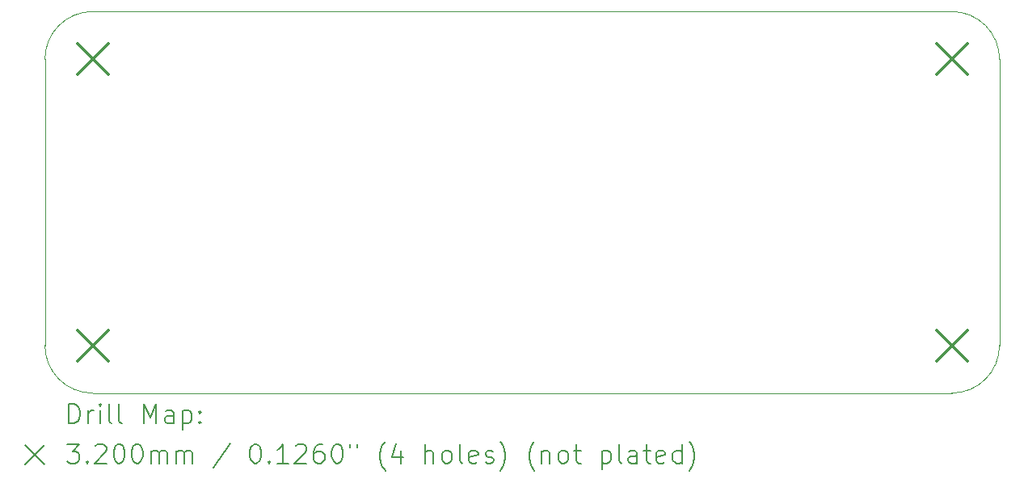
<source format=gbr>
%TF.GenerationSoftware,KiCad,Pcbnew,(6.0.9)*%
%TF.CreationDate,2023-01-08T16:31:36+01:00*%
%TF.ProjectId,led-counter,6c65642d-636f-4756-9e74-65722e6b6963,0.1*%
%TF.SameCoordinates,Original*%
%TF.FileFunction,Drillmap*%
%TF.FilePolarity,Positive*%
%FSLAX45Y45*%
G04 Gerber Fmt 4.5, Leading zero omitted, Abs format (unit mm)*
G04 Created by KiCad (PCBNEW (6.0.9)) date 2023-01-08 16:31:36*
%MOMM*%
%LPD*%
G01*
G04 APERTURE LIST*
%ADD10C,0.100000*%
%ADD11C,0.200000*%
%ADD12C,0.320000*%
G04 APERTURE END LIST*
D10*
X15000000Y-5100000D02*
G75*
G03*
X14500000Y-4600000I-500000J0D01*
G01*
X14500000Y-8600000D02*
G75*
G03*
X15000000Y-8100000I0J500000D01*
G01*
X5000000Y-8100000D02*
G75*
G03*
X5500000Y-8600000I500000J0D01*
G01*
X5500000Y-4600000D02*
G75*
G03*
X5000000Y-5100000I0J-500000D01*
G01*
X5000000Y-5100000D02*
X5000000Y-8100000D01*
X14500000Y-8600000D02*
X5500000Y-8600000D01*
X5500000Y-4600000D02*
X14500000Y-4600000D01*
X15000000Y-5100000D02*
X15000000Y-8100000D01*
D11*
D12*
X5340000Y-4940000D02*
X5660000Y-5260000D01*
X5660000Y-4940000D02*
X5340000Y-5260000D01*
X5340000Y-7940000D02*
X5660000Y-8260000D01*
X5660000Y-7940000D02*
X5340000Y-8260000D01*
X14340000Y-4940000D02*
X14660000Y-5260000D01*
X14660000Y-4940000D02*
X14340000Y-5260000D01*
X14340000Y-7940000D02*
X14660000Y-8260000D01*
X14660000Y-7940000D02*
X14340000Y-8260000D01*
D11*
X5252619Y-8915476D02*
X5252619Y-8715476D01*
X5300238Y-8715476D01*
X5328810Y-8725000D01*
X5347857Y-8744048D01*
X5357381Y-8763095D01*
X5366905Y-8801190D01*
X5366905Y-8829762D01*
X5357381Y-8867857D01*
X5347857Y-8886905D01*
X5328810Y-8905952D01*
X5300238Y-8915476D01*
X5252619Y-8915476D01*
X5452619Y-8915476D02*
X5452619Y-8782143D01*
X5452619Y-8820238D02*
X5462143Y-8801190D01*
X5471667Y-8791667D01*
X5490714Y-8782143D01*
X5509762Y-8782143D01*
X5576429Y-8915476D02*
X5576429Y-8782143D01*
X5576429Y-8715476D02*
X5566905Y-8725000D01*
X5576429Y-8734524D01*
X5585952Y-8725000D01*
X5576429Y-8715476D01*
X5576429Y-8734524D01*
X5700238Y-8915476D02*
X5681190Y-8905952D01*
X5671667Y-8886905D01*
X5671667Y-8715476D01*
X5805000Y-8915476D02*
X5785952Y-8905952D01*
X5776428Y-8886905D01*
X5776428Y-8715476D01*
X6033571Y-8915476D02*
X6033571Y-8715476D01*
X6100238Y-8858333D01*
X6166905Y-8715476D01*
X6166905Y-8915476D01*
X6347857Y-8915476D02*
X6347857Y-8810714D01*
X6338333Y-8791667D01*
X6319286Y-8782143D01*
X6281190Y-8782143D01*
X6262143Y-8791667D01*
X6347857Y-8905952D02*
X6328809Y-8915476D01*
X6281190Y-8915476D01*
X6262143Y-8905952D01*
X6252619Y-8886905D01*
X6252619Y-8867857D01*
X6262143Y-8848810D01*
X6281190Y-8839286D01*
X6328809Y-8839286D01*
X6347857Y-8829762D01*
X6443095Y-8782143D02*
X6443095Y-8982143D01*
X6443095Y-8791667D02*
X6462143Y-8782143D01*
X6500238Y-8782143D01*
X6519286Y-8791667D01*
X6528809Y-8801190D01*
X6538333Y-8820238D01*
X6538333Y-8877381D01*
X6528809Y-8896429D01*
X6519286Y-8905952D01*
X6500238Y-8915476D01*
X6462143Y-8915476D01*
X6443095Y-8905952D01*
X6624048Y-8896429D02*
X6633571Y-8905952D01*
X6624048Y-8915476D01*
X6614524Y-8905952D01*
X6624048Y-8896429D01*
X6624048Y-8915476D01*
X6624048Y-8791667D02*
X6633571Y-8801190D01*
X6624048Y-8810714D01*
X6614524Y-8801190D01*
X6624048Y-8791667D01*
X6624048Y-8810714D01*
X4795000Y-9145000D02*
X4995000Y-9345000D01*
X4995000Y-9145000D02*
X4795000Y-9345000D01*
X5233571Y-9135476D02*
X5357381Y-9135476D01*
X5290714Y-9211667D01*
X5319286Y-9211667D01*
X5338333Y-9221190D01*
X5347857Y-9230714D01*
X5357381Y-9249762D01*
X5357381Y-9297381D01*
X5347857Y-9316429D01*
X5338333Y-9325952D01*
X5319286Y-9335476D01*
X5262143Y-9335476D01*
X5243095Y-9325952D01*
X5233571Y-9316429D01*
X5443095Y-9316429D02*
X5452619Y-9325952D01*
X5443095Y-9335476D01*
X5433571Y-9325952D01*
X5443095Y-9316429D01*
X5443095Y-9335476D01*
X5528810Y-9154524D02*
X5538333Y-9145000D01*
X5557381Y-9135476D01*
X5605000Y-9135476D01*
X5624048Y-9145000D01*
X5633571Y-9154524D01*
X5643095Y-9173571D01*
X5643095Y-9192619D01*
X5633571Y-9221190D01*
X5519286Y-9335476D01*
X5643095Y-9335476D01*
X5766905Y-9135476D02*
X5785952Y-9135476D01*
X5805000Y-9145000D01*
X5814524Y-9154524D01*
X5824048Y-9173571D01*
X5833571Y-9211667D01*
X5833571Y-9259286D01*
X5824048Y-9297381D01*
X5814524Y-9316429D01*
X5805000Y-9325952D01*
X5785952Y-9335476D01*
X5766905Y-9335476D01*
X5747857Y-9325952D01*
X5738333Y-9316429D01*
X5728809Y-9297381D01*
X5719286Y-9259286D01*
X5719286Y-9211667D01*
X5728809Y-9173571D01*
X5738333Y-9154524D01*
X5747857Y-9145000D01*
X5766905Y-9135476D01*
X5957381Y-9135476D02*
X5976428Y-9135476D01*
X5995476Y-9145000D01*
X6005000Y-9154524D01*
X6014524Y-9173571D01*
X6024048Y-9211667D01*
X6024048Y-9259286D01*
X6014524Y-9297381D01*
X6005000Y-9316429D01*
X5995476Y-9325952D01*
X5976428Y-9335476D01*
X5957381Y-9335476D01*
X5938333Y-9325952D01*
X5928809Y-9316429D01*
X5919286Y-9297381D01*
X5909762Y-9259286D01*
X5909762Y-9211667D01*
X5919286Y-9173571D01*
X5928809Y-9154524D01*
X5938333Y-9145000D01*
X5957381Y-9135476D01*
X6109762Y-9335476D02*
X6109762Y-9202143D01*
X6109762Y-9221190D02*
X6119286Y-9211667D01*
X6138333Y-9202143D01*
X6166905Y-9202143D01*
X6185952Y-9211667D01*
X6195476Y-9230714D01*
X6195476Y-9335476D01*
X6195476Y-9230714D02*
X6205000Y-9211667D01*
X6224048Y-9202143D01*
X6252619Y-9202143D01*
X6271667Y-9211667D01*
X6281190Y-9230714D01*
X6281190Y-9335476D01*
X6376428Y-9335476D02*
X6376428Y-9202143D01*
X6376428Y-9221190D02*
X6385952Y-9211667D01*
X6405000Y-9202143D01*
X6433571Y-9202143D01*
X6452619Y-9211667D01*
X6462143Y-9230714D01*
X6462143Y-9335476D01*
X6462143Y-9230714D02*
X6471667Y-9211667D01*
X6490714Y-9202143D01*
X6519286Y-9202143D01*
X6538333Y-9211667D01*
X6547857Y-9230714D01*
X6547857Y-9335476D01*
X6938333Y-9125952D02*
X6766905Y-9383095D01*
X7195476Y-9135476D02*
X7214524Y-9135476D01*
X7233571Y-9145000D01*
X7243095Y-9154524D01*
X7252619Y-9173571D01*
X7262143Y-9211667D01*
X7262143Y-9259286D01*
X7252619Y-9297381D01*
X7243095Y-9316429D01*
X7233571Y-9325952D01*
X7214524Y-9335476D01*
X7195476Y-9335476D01*
X7176428Y-9325952D01*
X7166905Y-9316429D01*
X7157381Y-9297381D01*
X7147857Y-9259286D01*
X7147857Y-9211667D01*
X7157381Y-9173571D01*
X7166905Y-9154524D01*
X7176428Y-9145000D01*
X7195476Y-9135476D01*
X7347857Y-9316429D02*
X7357381Y-9325952D01*
X7347857Y-9335476D01*
X7338333Y-9325952D01*
X7347857Y-9316429D01*
X7347857Y-9335476D01*
X7547857Y-9335476D02*
X7433571Y-9335476D01*
X7490714Y-9335476D02*
X7490714Y-9135476D01*
X7471667Y-9164048D01*
X7452619Y-9183095D01*
X7433571Y-9192619D01*
X7624048Y-9154524D02*
X7633571Y-9145000D01*
X7652619Y-9135476D01*
X7700238Y-9135476D01*
X7719286Y-9145000D01*
X7728809Y-9154524D01*
X7738333Y-9173571D01*
X7738333Y-9192619D01*
X7728809Y-9221190D01*
X7614524Y-9335476D01*
X7738333Y-9335476D01*
X7909762Y-9135476D02*
X7871667Y-9135476D01*
X7852619Y-9145000D01*
X7843095Y-9154524D01*
X7824048Y-9183095D01*
X7814524Y-9221190D01*
X7814524Y-9297381D01*
X7824048Y-9316429D01*
X7833571Y-9325952D01*
X7852619Y-9335476D01*
X7890714Y-9335476D01*
X7909762Y-9325952D01*
X7919286Y-9316429D01*
X7928809Y-9297381D01*
X7928809Y-9249762D01*
X7919286Y-9230714D01*
X7909762Y-9221190D01*
X7890714Y-9211667D01*
X7852619Y-9211667D01*
X7833571Y-9221190D01*
X7824048Y-9230714D01*
X7814524Y-9249762D01*
X8052619Y-9135476D02*
X8071667Y-9135476D01*
X8090714Y-9145000D01*
X8100238Y-9154524D01*
X8109762Y-9173571D01*
X8119286Y-9211667D01*
X8119286Y-9259286D01*
X8109762Y-9297381D01*
X8100238Y-9316429D01*
X8090714Y-9325952D01*
X8071667Y-9335476D01*
X8052619Y-9335476D01*
X8033571Y-9325952D01*
X8024048Y-9316429D01*
X8014524Y-9297381D01*
X8005000Y-9259286D01*
X8005000Y-9211667D01*
X8014524Y-9173571D01*
X8024048Y-9154524D01*
X8033571Y-9145000D01*
X8052619Y-9135476D01*
X8195476Y-9135476D02*
X8195476Y-9173571D01*
X8271667Y-9135476D02*
X8271667Y-9173571D01*
X8566905Y-9411667D02*
X8557381Y-9402143D01*
X8538333Y-9373571D01*
X8528810Y-9354524D01*
X8519286Y-9325952D01*
X8509762Y-9278333D01*
X8509762Y-9240238D01*
X8519286Y-9192619D01*
X8528810Y-9164048D01*
X8538333Y-9145000D01*
X8557381Y-9116429D01*
X8566905Y-9106905D01*
X8728810Y-9202143D02*
X8728810Y-9335476D01*
X8681190Y-9125952D02*
X8633571Y-9268810D01*
X8757381Y-9268810D01*
X8985952Y-9335476D02*
X8985952Y-9135476D01*
X9071667Y-9335476D02*
X9071667Y-9230714D01*
X9062143Y-9211667D01*
X9043095Y-9202143D01*
X9014524Y-9202143D01*
X8995476Y-9211667D01*
X8985952Y-9221190D01*
X9195476Y-9335476D02*
X9176429Y-9325952D01*
X9166905Y-9316429D01*
X9157381Y-9297381D01*
X9157381Y-9240238D01*
X9166905Y-9221190D01*
X9176429Y-9211667D01*
X9195476Y-9202143D01*
X9224048Y-9202143D01*
X9243095Y-9211667D01*
X9252619Y-9221190D01*
X9262143Y-9240238D01*
X9262143Y-9297381D01*
X9252619Y-9316429D01*
X9243095Y-9325952D01*
X9224048Y-9335476D01*
X9195476Y-9335476D01*
X9376429Y-9335476D02*
X9357381Y-9325952D01*
X9347857Y-9306905D01*
X9347857Y-9135476D01*
X9528810Y-9325952D02*
X9509762Y-9335476D01*
X9471667Y-9335476D01*
X9452619Y-9325952D01*
X9443095Y-9306905D01*
X9443095Y-9230714D01*
X9452619Y-9211667D01*
X9471667Y-9202143D01*
X9509762Y-9202143D01*
X9528810Y-9211667D01*
X9538333Y-9230714D01*
X9538333Y-9249762D01*
X9443095Y-9268810D01*
X9614524Y-9325952D02*
X9633571Y-9335476D01*
X9671667Y-9335476D01*
X9690714Y-9325952D01*
X9700238Y-9306905D01*
X9700238Y-9297381D01*
X9690714Y-9278333D01*
X9671667Y-9268810D01*
X9643095Y-9268810D01*
X9624048Y-9259286D01*
X9614524Y-9240238D01*
X9614524Y-9230714D01*
X9624048Y-9211667D01*
X9643095Y-9202143D01*
X9671667Y-9202143D01*
X9690714Y-9211667D01*
X9766905Y-9411667D02*
X9776429Y-9402143D01*
X9795476Y-9373571D01*
X9805000Y-9354524D01*
X9814524Y-9325952D01*
X9824048Y-9278333D01*
X9824048Y-9240238D01*
X9814524Y-9192619D01*
X9805000Y-9164048D01*
X9795476Y-9145000D01*
X9776429Y-9116429D01*
X9766905Y-9106905D01*
X10128810Y-9411667D02*
X10119286Y-9402143D01*
X10100238Y-9373571D01*
X10090714Y-9354524D01*
X10081190Y-9325952D01*
X10071667Y-9278333D01*
X10071667Y-9240238D01*
X10081190Y-9192619D01*
X10090714Y-9164048D01*
X10100238Y-9145000D01*
X10119286Y-9116429D01*
X10128810Y-9106905D01*
X10205000Y-9202143D02*
X10205000Y-9335476D01*
X10205000Y-9221190D02*
X10214524Y-9211667D01*
X10233571Y-9202143D01*
X10262143Y-9202143D01*
X10281190Y-9211667D01*
X10290714Y-9230714D01*
X10290714Y-9335476D01*
X10414524Y-9335476D02*
X10395476Y-9325952D01*
X10385952Y-9316429D01*
X10376429Y-9297381D01*
X10376429Y-9240238D01*
X10385952Y-9221190D01*
X10395476Y-9211667D01*
X10414524Y-9202143D01*
X10443095Y-9202143D01*
X10462143Y-9211667D01*
X10471667Y-9221190D01*
X10481190Y-9240238D01*
X10481190Y-9297381D01*
X10471667Y-9316429D01*
X10462143Y-9325952D01*
X10443095Y-9335476D01*
X10414524Y-9335476D01*
X10538333Y-9202143D02*
X10614524Y-9202143D01*
X10566905Y-9135476D02*
X10566905Y-9306905D01*
X10576429Y-9325952D01*
X10595476Y-9335476D01*
X10614524Y-9335476D01*
X10833571Y-9202143D02*
X10833571Y-9402143D01*
X10833571Y-9211667D02*
X10852619Y-9202143D01*
X10890714Y-9202143D01*
X10909762Y-9211667D01*
X10919286Y-9221190D01*
X10928810Y-9240238D01*
X10928810Y-9297381D01*
X10919286Y-9316429D01*
X10909762Y-9325952D01*
X10890714Y-9335476D01*
X10852619Y-9335476D01*
X10833571Y-9325952D01*
X11043095Y-9335476D02*
X11024048Y-9325952D01*
X11014524Y-9306905D01*
X11014524Y-9135476D01*
X11205000Y-9335476D02*
X11205000Y-9230714D01*
X11195476Y-9211667D01*
X11176429Y-9202143D01*
X11138333Y-9202143D01*
X11119286Y-9211667D01*
X11205000Y-9325952D02*
X11185952Y-9335476D01*
X11138333Y-9335476D01*
X11119286Y-9325952D01*
X11109762Y-9306905D01*
X11109762Y-9287857D01*
X11119286Y-9268810D01*
X11138333Y-9259286D01*
X11185952Y-9259286D01*
X11205000Y-9249762D01*
X11271667Y-9202143D02*
X11347857Y-9202143D01*
X11300238Y-9135476D02*
X11300238Y-9306905D01*
X11309762Y-9325952D01*
X11328809Y-9335476D01*
X11347857Y-9335476D01*
X11490714Y-9325952D02*
X11471667Y-9335476D01*
X11433571Y-9335476D01*
X11414524Y-9325952D01*
X11405000Y-9306905D01*
X11405000Y-9230714D01*
X11414524Y-9211667D01*
X11433571Y-9202143D01*
X11471667Y-9202143D01*
X11490714Y-9211667D01*
X11500238Y-9230714D01*
X11500238Y-9249762D01*
X11405000Y-9268810D01*
X11671667Y-9335476D02*
X11671667Y-9135476D01*
X11671667Y-9325952D02*
X11652619Y-9335476D01*
X11614524Y-9335476D01*
X11595476Y-9325952D01*
X11585952Y-9316429D01*
X11576428Y-9297381D01*
X11576428Y-9240238D01*
X11585952Y-9221190D01*
X11595476Y-9211667D01*
X11614524Y-9202143D01*
X11652619Y-9202143D01*
X11671667Y-9211667D01*
X11747857Y-9411667D02*
X11757381Y-9402143D01*
X11776428Y-9373571D01*
X11785952Y-9354524D01*
X11795476Y-9325952D01*
X11805000Y-9278333D01*
X11805000Y-9240238D01*
X11795476Y-9192619D01*
X11785952Y-9164048D01*
X11776428Y-9145000D01*
X11757381Y-9116429D01*
X11747857Y-9106905D01*
M02*

</source>
